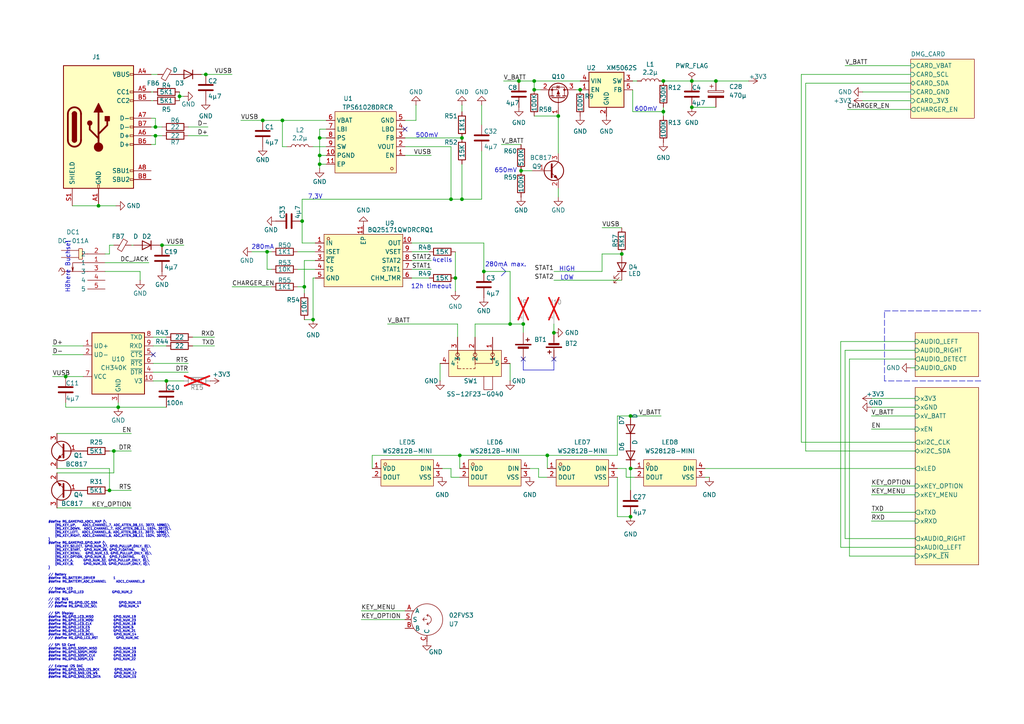
<source format=kicad_sch>
(kicad_sch (version 20231120) (generator "eeschema") (generator_version "8.0")
  (paper "A4")
  (junction (at 161.925 33.655))
  (junction (at 133.35 132.08))
  (junction (at 200.66 31.115))
  (junction (at 150.495 23.495))
  (junction (at 192.405 32.385) (diameter 0.9144))
  (junction (at 151.765 93.98))
  (junction (at 48.26 110.49))
  (junction (at 88.265 83.185))
  (junction (at 31.75 142.24))
  (junction (at 207.645 23.495))
  (junction (at 182.88 149.86))
  (junction (at 46.99 71.12))
  (junction (at 132.08 80.645))
  (junction (at 92.71 40.005))
  (junction (at 200.66 23.495) (diameter 0.9144))
  (junction (at 76.2 34.925))
  (junction (at 133.985 40.005))
  (junction (at 92.71 45.085))
  (junction (at 34.29 118.11))
  (junction (at 45.085 36.83))
  (junction (at 154.94 23.495))
  (junction (at 168.275 26.035))
  (junction (at 151.13 49.53))
  (junction (at 52.07 27.94))
  (junction (at 33.02 130.81))
  (junction (at 87.63 64.135))
  (junction (at 154.94 26.035))
  (junction (at 158.75 132.08))
  (junction (at 77.47 73.025))
  (junction (at 81.915 34.925))
  (junction (at 180.34 73.66))
  (junction (at 59.69 21.59))
  (junction (at 92.71 47.625))
  (junction (at 28.575 59.69))
  (junction (at 160.655 96.52))
  (junction (at 182.88 135.89))
  (junction (at 90.805 92.71))
  (junction (at 140.335 78.74))
  (junction (at 19.05 109.22))
  (junction (at 147.955 93.98))
  (junction (at 133.985 57.785))
  (junction (at 192.405 23.495))
  (junction (at 130.81 57.785))
  (junction (at 182.88 120.65))
  (junction (at 45.085 39.37))
  (no_connect (at 160.655 104.14))
  (no_connect (at 151.765 104.14))
  (no_connect (at 44.45 102.87))
  (no_connect (at 117.475 37.465))
  (wire (pts (xy 161.925 57.15) (xy 161.925 54.61)))
  (wire (pts (xy 119.38 73.025) (xy 124.46 73.025)))
  (wire (pts (xy 265.43 128.27) (xy 232.41 128.27)))
  (wire (pts (xy 137.795 93.98) (xy 147.955 93.98)))
  (wire (pts (xy 38.1 71.12) (xy 38.735 71.12)))
  (wire (pts (xy 179.07 138.43) (xy 179.07 149.86)))
  (wire (pts (xy 133.35 132.08) (xy 133.35 135.89)))
  (wire (pts (xy 81.915 34.925) (xy 94.615 34.925)))
  (wire (pts (xy 245.11 156.21) (xy 245.11 101.6)))
  (wire (pts (xy 150.495 23.495) (xy 154.94 23.495)))
  (wire (pts (xy 31.75 142.24) (xy 38.1 142.24)))
  (wire (pts (xy 127.635 105.41) (xy 127.635 110.49)))
  (wire (pts (xy 45.085 34.29) (xy 45.085 36.83)))
  (wire (pts (xy 44.45 110.49) (xy 48.26 110.49)))
  (wire (pts (xy 38.1 147.32) (xy 16.51 147.32)))
  (wire (pts (xy 147.955 78.74) (xy 147.955 93.98)))
  (wire (pts (xy 53.34 27.94) (xy 52.07 27.94)))
  (wire (pts (xy 91.44 70.485) (xy 87.63 70.485)))
  (wire (pts (xy 181.61 138.43) (xy 184.15 138.43)))
  (wire (pts (xy 31.75 71.12) (xy 31.75 73.66)))
  (wire (pts (xy 52.07 27.94) (xy 52.07 29.21)))
  (wire (pts (xy 88.265 75.565) (xy 91.44 75.565)))
  (wire (pts (xy 264.16 31.75) (xy 245.745 31.75)))
  (wire (pts (xy 130.81 138.43) (xy 133.35 138.43)))
  (wire (pts (xy 252.73 140.97) (xy 265.43 140.97)))
  (wire (pts (xy 246.38 104.14) (xy 246.38 161.29)))
  (wire (pts (xy 44.45 100.33) (xy 48.26 100.33)))
  (wire (pts (xy 59.69 21.59) (xy 67.31 21.59)))
  (wire (pts (xy 146.05 23.495) (xy 150.495 23.495)))
  (wire (pts (xy 43.815 21.59) (xy 45.72 21.59)))
  (wire (pts (xy 87.63 57.785) (xy 130.81 57.785)))
  (wire (pts (xy 174.625 66.04) (xy 180.34 66.04)))
  (wire (pts (xy 133.985 47.625) (xy 133.985 57.785)))
  (wire (pts (xy 87.63 64.135) (xy 87.63 57.785)))
  (wire (pts (xy 55.88 100.33) (xy 62.23 100.33)))
  (wire (pts (xy 77.47 73.025) (xy 78.74 73.025)))
  (wire (pts (xy 30.48 76.2) (xy 43.18 76.2)))
  (wire (pts (xy 53.34 110.49) (xy 48.26 110.49)))
  (wire (pts (xy 20.955 59.69) (xy 28.575 59.69)))
  (polyline (pts (xy 145.415 77.47) (xy 146.685 78.74)))
  (wire (pts (xy 179.07 132.08) (xy 179.07 120.65)))
  (wire (pts (xy 130.81 42.545) (xy 117.475 42.545)))
  (wire (pts (xy 92.71 48.895) (xy 92.71 47.625)))
  (wire (pts (xy 243.84 158.75) (xy 265.43 158.75)))
  (wire (pts (xy 133.985 30.48) (xy 133.985 32.385)))
  (wire (pts (xy 245.11 101.6) (xy 265.43 101.6)))
  (wire (pts (xy 44.45 105.41) (xy 54.61 105.41)))
  (wire (pts (xy 233.68 130.81) (xy 265.43 130.81)))
  (wire (pts (xy 120.65 30.48) (xy 120.65 34.925)))
  (wire (pts (xy 154.94 23.495) (xy 154.94 26.035)))
  (wire (pts (xy 156.21 135.89) (xy 156.21 138.43)))
  (wire (pts (xy 30.48 78.74) (xy 40.64 78.74)))
  (wire (pts (xy 174.625 73.66) (xy 180.34 73.66)))
  (wire (pts (xy 192.405 32.385) (xy 192.405 33.655)))
  (wire (pts (xy 133.985 57.785) (xy 139.7 57.785)))
  (wire (pts (xy 81.915 42.545) (xy 81.915 34.925)))
  (wire (pts (xy 92.71 37.465) (xy 92.71 40.005)))
  (wire (pts (xy 104.775 179.705) (xy 117.475 179.705)))
  (wire (pts (xy 31.75 130.81) (xy 33.02 130.81)))
  (wire (pts (xy 15.24 109.22) (xy 19.05 109.22)))
  (wire (pts (xy 16.51 135.89) (xy 31.75 135.89)))
  (polyline (pts (xy 256.54 90.17) (xy 284.48 90.17)) (stroke (width 0) (type dash)))
  (wire (pts (xy 54.61 36.83) (xy 60.325 36.83)))
  (wire (pts (xy 19.05 118.11) (xy 19.05 116.84)))
  (wire (pts (xy 86.36 73.025) (xy 91.44 73.025)))
  (wire (pts (xy 15.24 102.87) (xy 24.13 102.87)))
  (wire (pts (xy 140.335 78.74) (xy 140.335 70.485)))
  (wire (pts (xy 83.185 42.545) (xy 81.915 42.545)))
  (wire (pts (xy 88.265 83.185) (xy 88.265 85.09)))
  (wire (pts (xy 77.47 78.105) (xy 77.47 73.025)))
  (wire (pts (xy 119.38 70.485) (xy 140.335 70.485)))
  (wire (pts (xy 252.73 118.11) (xy 265.43 118.11)))
  (wire (pts (xy 88.265 92.71) (xy 90.805 92.71)))
  (wire (pts (xy 120.65 34.925) (xy 117.475 34.925)))
  (wire (pts (xy 45.085 39.37) (xy 45.085 41.91)))
  (wire (pts (xy 31.75 73.66) (xy 30.48 73.66)))
  (wire (pts (xy 87.63 70.485) (xy 87.63 64.135)))
  (wire (pts (xy 252.73 148.59) (xy 265.43 148.59)))
  (wire (pts (xy 151.13 49.53) (xy 154.305 49.53)))
  (wire (pts (xy 233.68 24.13) (xy 264.16 24.13)))
  (wire (pts (xy 264.16 106.68) (xy 265.43 106.68)))
  (wire (pts (xy 33.02 130.81) (xy 33.02 137.16)))
  (wire (pts (xy 15.24 100.33) (xy 24.13 100.33)))
  (wire (pts (xy 243.84 99.06) (xy 243.84 158.75)))
  (wire (pts (xy 252.73 124.46) (xy 265.43 124.46)))
  (wire (pts (xy 139.7 30.48) (xy 139.7 36.195)))
  (wire (pts (xy 55.88 97.79) (xy 62.23 97.79)))
  (wire (pts (xy 43.815 39.37) (xy 45.085 39.37)))
  (wire (pts (xy 45.085 36.83) (xy 46.99 36.83)))
  (wire (pts (xy 92.71 40.005) (xy 94.615 40.005)))
  (wire (pts (xy 117.475 45.085) (xy 125.095 45.085)))
  (wire (pts (xy 43.815 36.83) (xy 45.085 36.83)))
  (wire (pts (xy 73.025 73.025) (xy 77.47 73.025)))
  (wire (pts (xy 252.73 143.51) (xy 265.43 143.51)))
  (wire (pts (xy 43.815 29.21) (xy 44.45 29.21)))
  (wire (pts (xy 132.715 97.79) (xy 132.715 93.98)))
  (wire (pts (xy 265.43 104.14) (xy 246.38 104.14)))
  (wire (pts (xy 232.41 21.59) (xy 264.16 21.59)))
  (wire (pts (xy 174.625 78.74) (xy 174.625 73.66)))
  (wire (pts (xy 233.68 24.13) (xy 233.68 130.81)))
  (wire (pts (xy 158.75 132.08) (xy 179.07 132.08)))
  (wire (pts (xy 28.575 59.69) (xy 33.655 59.69)))
  (wire (pts (xy 44.45 97.79) (xy 48.26 97.79)))
  (wire (pts (xy 250.19 26.67) (xy 264.16 26.67)))
  (wire (pts (xy 58.42 21.59) (xy 59.69 21.59)))
  (wire (pts (xy 154.94 23.495) (xy 168.275 23.495)))
  (wire (pts (xy 137.795 93.98) (xy 137.795 97.79)))
  (wire (pts (xy 133.35 132.08) (xy 158.75 132.08)))
  (wire (pts (xy 160.655 78.74) (xy 174.625 78.74)))
  (wire (pts (xy 207.645 23.495) (xy 200.66 23.495)))
  (wire (pts (xy 232.41 128.27) (xy 232.41 21.59)))
  (wire (pts (xy 46.99 71.12) (xy 53.34 71.12)))
  (wire (pts (xy 167.005 26.035) (xy 168.275 26.035)))
  (wire (pts (xy 153.67 135.89) (xy 156.21 135.89)))
  (wire (pts (xy 265.43 156.21) (xy 245.11 156.21)))
  (wire (pts (xy 179.07 120.65) (xy 182.88 120.65)))
  (wire (pts (xy 160.655 93.98) (xy 160.655 96.52)))
  (wire (pts (xy 130.81 135.89) (xy 130.81 138.43)))
  (wire (pts (xy 33.02 71.12) (xy 31.75 71.12)))
  (polyline (pts (xy 151.765 107.315) (xy 160.655 107.315)))
  (wire (pts (xy 31.75 135.89) (xy 31.75 142.24)))
  (wire (pts (xy 119.38 78.105) (xy 125.095 78.105)))
  (wire (pts (xy 46.355 71.12) (xy 46.99 71.12)))
  (wire (pts (xy 48.26 118.11) (xy 34.29 118.11)))
  (wire (pts (xy 139.7 43.815) (xy 139.7 57.785)))
  (wire (pts (xy 182.88 142.24) (xy 182.88 135.89)))
  (wire (pts (xy 43.815 26.67) (xy 44.45 26.67)))
  (wire (pts (xy 88.265 75.565) (xy 88.265 83.185)))
  (wire (pts (xy 86.36 83.185) (xy 88.265 83.185)))
  (wire (pts (xy 132.08 80.645) (xy 132.08 84.455)))
  (wire (pts (xy 78.74 78.105) (xy 77.47 78.105)))
  (wire (pts (xy 252.73 151.13) (xy 265.43 151.13)))
  (wire (pts (xy 92.71 47.625) (xy 94.615 47.625)))
  (wire (pts (xy 90.805 80.645) (xy 90.805 92.71)))
  (wire (pts (xy 104.775 177.165) (xy 117.475 177.165)))
  (wire (pts (xy 161.925 33.655) (xy 161.925 44.45)))
  (wire (pts (xy 132.08 73.025) (xy 132.08 80.645)))
  (wire (pts (xy 67.31 83.185) (xy 78.74 83.185)))
  (wire (pts (xy 156.21 138.43) (xy 158.75 138.43)))
  (wire (pts (xy 86.36 78.105) (xy 91.44 78.105)))
  (wire (pts (xy 90.805 80.645) (xy 91.44 80.645)))
  (wire (pts (xy 69.85 34.925) (xy 76.2 34.925)))
  (wire (pts (xy 147.955 105.41) (xy 147.955 110.49)))
  (wire (pts (xy 205.74 138.43) (xy 204.47 138.43)))
  (wire (pts (xy 151.765 96.52) (xy 151.765 93.98)))
  (wire (pts (xy 45.085 39.37) (xy 46.99 39.37)))
  (polyline (pts (xy 151.765 104.14) (xy 151.765 107.315)))
  (wire (pts (xy 252.73 115.57) (xy 265.43 115.57)))
  (wire (pts (xy 43.815 34.29) (xy 45.085 34.29)))
  (wire (pts (xy 128.27 135.89) (xy 130.81 135.89)))
  (wire (pts (xy 140.335 78.74) (xy 147.955 78.74)))
  (wire (pts (xy 44.45 107.95) (xy 54.61 107.95)))
  (wire (pts (xy 183.515 26.035) (xy 183.515 32.385)))
  (wire (pts (xy 265.43 99.06) (xy 243.84 99.06)))
  (wire (pts (xy 252.73 120.65) (xy 265.43 120.65)))
  (wire (pts (xy 34.29 118.11) (xy 19.05 118.11)))
  (wire (pts (xy 250.19 29.21) (xy 264.16 29.21)))
  (wire (pts (xy 19.05 109.22) (xy 24.13 109.22)))
  (wire (pts (xy 94.615 45.085) (xy 92.71 45.085)))
  (wire (pts (xy 16.51 125.73) (xy 38.1 125.73)))
  (wire (pts (xy 154.94 33.655) (xy 161.925 33.655)))
  (polyline (pts (xy 145.415 80.01) (xy 146.685 78.74)))
  (wire (pts (xy 184.785 23.495) (xy 183.515 23.495)))
  (wire (pts (xy 191.77 120.65) (xy 182.88 120.65)))
  (polyline (pts (xy 256.54 110.49) (xy 256.54 90.17)) (stroke (width 0) (type dash)))
  (wire (pts (xy 179.07 135.89) (xy 181.61 135.89)))
  (wire (pts (xy 182.88 135.89) (xy 184.15 135.89)))
  (wire (pts (xy 192.405 23.495) (xy 200.66 23.495)))
  (wire (pts (xy 119.38 75.565) (xy 125.095 75.565)))
  (wire (pts (xy 117.475 40.005) (xy 133.985 40.005)))
  (wire (pts (xy 34.29 118.11) (xy 34.29 116.84)))
  (wire (pts (xy 76.2 34.925) (xy 81.915 34.925)))
  (wire (pts (xy 92.71 45.085) (xy 92.71 47.625)))
  (wire (pts (xy 217.17 23.495) (xy 207.645 23.495)))
  (wire (pts (xy 147.955 93.98) (xy 151.765 93.98)))
  (wire (pts (xy 156.845 26.035) (xy 154.94 26.035)))
  (wire (pts (xy 145.415 41.91) (xy 151.13 41.91)))
  (wire (pts (xy 245.11 19.05) (xy 264.16 19.05)))
  (wire (pts (xy 158.75 132.08) (xy 158.75 135.89)))
  (wire (pts (xy 54.61 39.37) (xy 60.325 39.37)))
  (wire (pts (xy 130.81 57.785) (xy 133.985 57.785)))
  (wire (pts (xy 160.655 81.28) (xy 180.34 81.28)))
  (wire (pts (xy 33.02 130.81) (xy 38.1 130.81)))
  (polyline (pts (xy 284.48 110.49) (xy 256.54 110.49)) (stroke (width 0) (type dash)))
  (wire (pts (xy 200.66 31.115) (xy 207.645 31.115)))
  (wire (pts (xy 179.07 149.86) (xy 182.88 149.86)))
  (wire (pts (xy 112.395 93.98) (xy 132.715 93.98)))
  (wire (pts (xy 183.515 32.385) (xy 192.405 32.385)))
  (polyline (pts (xy 160.655 104.14) (xy 160.655 107.315)))
  (wire (pts (xy 204.47 135.89) (xy 265.43 135.89)))
  (wire (pts (xy 94.615 37.465) (xy 92.71 37.465)))
  (wire (pts (xy 43.815 41.91) (xy 45.085 41.91)))
  (wire (pts (xy 181.61 135.89) (xy 181.61 138.43)))
  (wire (pts (xy 90.805 42.545) (xy 94.615 42.545)))
  (wire (pts (xy 107.95 135.89) (xy 107.95 132.08)))
  (wire (pts (xy 192.405 31.115) (xy 192.405 32.385)))
  (wire (pts (xy 16.51 137.16) (xy 33.02 137.16)))
  (wire (pts (xy 92.71 40.005) (xy 92.71 45.085)))
  (wire (pts (xy 40.64 81.28) (xy 40.64 78.74)))
  (wire (pts (xy 52.07 26.67) (xy 52.07 27.94)))
  (wire (pts (xy 130.81 57.785) (xy 130.81 42.545)))
  (wire (pts (xy 119.38 80.645) (xy 124.46 80.645)))
  (wire (pts (xy 107.95 132.08) (xy 133.35 132.08)))
  (wire (pts (xy 246.38 161.29) (xy 265.43 161.29)))
  (text "650mV" (at 146.685 49.53 0) (effects (font (size 1.27 1.27))))
  (text "600mV" (at 187.325 31.75 0) (effects (font (size 1.27 1.27))))
  (text "280mA" (at 76.2 71.755 0) (effects (font (size 1.27 1.27))))
  (text "#define RG_GAMEPAD_ADC1_MAP {\\\n    {RG_KEY_UP,    ADC1_CHANNEL_7, ADC_ATTEN_DB_11, 3072, 4096},\\\n    {RG_KEY_DOWN,  ADC1_CHANNEL_7, ADC_ATTEN_DB_11, 1024, 3072},\\\n    {RG_KEY_LEFT,  ADC1_CHANNEL_6, ADC_ATTEN_DB_11, 3072, 4096},\\\n    {RG_KEY_RIGHT, ADC1_CHANNEL_6, ADC_ATTEN_DB_11, 1024, 3072},\\\n}\n#define RG_GAMEPAD_GPIO_MAP {\\\n    {RG_KEY_SELECT, GPIO_NUM_27, GPIO_PULLUP_ONLY, 0},\\\n    {RG_KEY_START,  GPIO_NUM_39, GPIO_FLOATING,    0},\\\n    {RG_KEY_MENU,   GPIO_NUM_13, GPIO_PULLUP_ONLY, 0},\\\n    {RG_KEY_OPTION, GPIO_NUM_0,  GPIO_FLOATING,    0},\\\n    {RG_KEY_A,      GPIO_NUM_32, GPIO_PULLUP_ONLY, 0},\\\n    {RG_KEY_B,      GPIO_NUM_33, GPIO_PULLUP_ONLY, 0},\\\n}\n\n// Battery\n#define RG_BATTERY_DRIVER           1\n#define RG_BATTERY_ADC_CHANNEL      ADC1_CHANNEL_0\n\n// Status LED\n#define RG_GPIO_LED                 GPIO_NUM_2\n\n// I2C BUS\n// #define RG_GPIO_I2C_SDA             GPIO_NUM_15\n// #define RG_GPIO_I2C_SCL             GPIO_NUM_4\n\n// SPI Display\n#define RG_GPIO_LCD_MISO            GPIO_NUM_19\n#define RG_GPIO_LCD_MOSI            GPIO_NUM_23\n#define RG_GPIO_LCD_CLK             GPIO_NUM_18\n#define RG_GPIO_LCD_CS              GPIO_NUM_5\n#define RG_GPIO_LCD_DC              GPIO_NUM_21\n#define RG_GPIO_LCD_BCKL            GPIO_NUM_14\n// #define RG_GPIO_LCD_RST           GPIO_NUM_NC\n\n// SPI SD Card\n#define RG_GPIO_SDSPI_MISO          GPIO_NUM_19\n#define RG_GPIO_SDSPI_MOSI          GPIO_NUM_23\n#define RG_GPIO_SDSPI_CLK           GPIO_NUM_18\n#define RG_GPIO_SDSPI_CS            GPIO_NUM_22\n\n// External I2S DAC\n#define RG_GPIO_SND_I2S_BCK         GPIO_NUM_4\n#define RG_GPIO_SND_I2S_WS          GPIO_NUM_12\n#define RG_GPIO_SND_I2S_DATA        GPIO_NUM_15" (at 13.97 173.99 0) (effects (font (size 0.635 0.635)) (justify left)))
  (text "280mA max." (at 146.685 76.835 0) (effects (font (size 1.27 1.27))))
  (text "500mV" (at 123.825 39.37 0) (effects (font (size 1.27 1.27))))
  (text "Höhere Buchse!" (at 19.685 77.47 90) (effects (font (size 1.27 1.27))))
  (text "7,3V" (at 91.44 57.15 0) (effects (font (size 1.27 1.27))))
  (text "LOW" (at 164.465 80.645 0) (effects (font (size 1.27 1.27))))
  (text "4cells" (at 128.27 75.565 0) (effects (font (size 1.27 1.27))))
  (text "12h timeout" (at 125.095 83.185 0) (effects (font (size 1.27 1.27))))
  (text "HIGH" (at 164.465 78.105 0) (effects (font (size 1.27 1.27))))
  (label "STAT1" (at 160.655 78.74 180))
  (label "CHARGER_EN" (at 245.745 31.75 0))
  (label "VUSB" (at 15.24 109.22 0))
  (label "RXD" (at 62.23 97.79 180))
  (label "EN" (at 252.73 124.46 0))
  (label "DTR" (at 54.61 107.95 180))
  (label "VUSB" (at 69.85 34.925 0))
  (label "D+" (at 15.24 100.33 0))
  (label "TXD" (at 62.23 100.33 180))
  (label "EN" (at 38.1 125.73 180))
  (label "STAT2" (at 125.095 75.565 180))
  (label "STAT1" (at 125.095 78.105 180))
  (label "CHARGER_EN" (at 67.31 83.185 0))
  (label "DTR" (at 38.1 130.81 180))
  (label "V_BATT" (at 191.77 120.65 180))
  (label "RXD" (at 252.73 151.13 0))
  (label "DC_JACK" (at 43.18 76.2 180))
  (label "KEY_OPTION" (at 104.775 179.705 0))
  (label "V_BATT" (at 146.05 23.495 0))
  (label "KEY_MENU" (at 104.775 177.165 0))
  (label "D-" (at 15.24 102.87 0))
  (label "STAT2" (at 160.655 81.28 180))
  (label "RTS" (at 38.1 142.24 180))
  (label "VUSB" (at 174.625 66.04 0))
  (label "V_BATT" (at 252.73 120.65 0))
  (label "RTS" (at 54.61 105.41 180))
  (label "KEY_OPTION" (at 252.73 140.97 0))
  (label "V_BATT" (at 112.395 93.98 0))
  (label "VUSB" (at 53.34 71.12 180))
  (label "KEY_MENU" (at 252.73 143.51 0))
  (label "V_BATT" (at 145.415 41.91 0))
  (label "KEY_OPTION" (at 38.1 147.32 180))
  (label "VUSB" (at 125.095 45.085 180))
  (label "D-" (at 60.325 36.83 180))
  (label "V_BATT" (at 245.11 19.05 0))
  (label "TXD" (at 252.73 148.59 0))
  (label "D+" (at 60.325 39.37 180))
  (label "VUSB" (at 67.31 21.59 180))
  (symbol (lib_id "easyeda2kicad:DC-011A") (at 24.13 76.2 0) (unit 1)
    (property "Reference" "DC1" (at 21.21 67.31 0))
    (property "Value" "DC-011A" (at 21.21 69.85 0))
    (property "Footprint" "easyeda2kicad:DC-IN-TH_DC-011A" (effects (hide yes)))
    (property "Datasheet" "https://www.lcsc.com/datasheet/lcsc_datasheet_2110111230_XKB-Connection-DC-011A_C480366.pdf" (effects (hide yes)))
    (property "SOURCED" "jop" (effects (hide yes)))
    (property "LCSC" "C480366" (effects (hide yes)))
  )
  (symbol (lib_id "Connector:Conn_01x01_Pin") (at 151.765 88.9 270) (unit 1) (dnp yes)
    (property "Reference" "J9" (at 150.495 87.63 90) (effects (justify left)))
    (property "Value" "Conn_01x01_Pin" (effects (hide yes)))
    (property "Footprint" "TheBrutzlers_Lib:NINTENDO_PLUS" (effects (hide yes)))
    (property "Description" "Generic connector, single row, 01x01, script generated" (effects (hide yes)))
  )
  (symbol (lib_id "power:GND") (at 128.27 138.43 0) (unit 1)
    (property "Reference" "#PWR057" (effects (hide yes)))
    (property "Value" "GND" (at 128.27 143.51 0))
    (property "Description" "Power symbol creates a global label with name \"GND\" , ground" (effects (hide yes)))
  )
  (symbol (lib_id "power:GND") (at 205.74 138.43 0) (unit 1)
    (property "Reference" "#PWR059" (effects (hide yes)))
    (property "Value" "GND" (at 205.74 143.51 0))
    (property "Description" "Power symbol creates a global label with name \"GND\" , ground" (effects (hide yes)))
  )
  (symbol (lib_id "Device:C") (at 19.05 113.03 0) (unit 1)
    (property "Reference" "C11" (at 19.05 111.125 0) (effects (justify left)))
    (property "Value" "4µ7" (at 19.05 115.57 0) (effects (justify left)))
    (property "Footprint" "Capacitor_SMD:C_1206_3216Metric" (effects (hide yes)))
    (property "Description" "25V" (effects (hide yes)))
    (property "LCSC" "C282809" (effects (hide yes)))
    (property "SOURCED" "jop" (effects (hide yes)))
  )
  (symbol (lib_id "Device:C") (at 59.69 25.4 0) (unit 1)
    (property "Reference" "C2" (at 60.325 23.495 0) (effects (justify left)))
    (property "Value" "4µ7" (at 60.325 27.94 0) (effects (justify left)))
    (property "Footprint" "Capacitor_SMD:C_1206_3216Metric" (effects (hide yes)))
    (property "Description" "25V" (effects (hide yes)))
    (property "LCSC" "C282809" (effects (hide yes)))
    (property "SOURCED" "jop" (effects (hide yes)))
  )
  (symbol (lib_id "Regulator_Switching:TLV62568DBV") (at 175.895 26.035 0) (unit 1)
    (property "Reference" "U2" (at 171.45 19.685 0))
    (property "Value" "XM5062S" (at 180.34 19.685 0))
    (property "Footprint" "Package_TO_SOT_SMD:SOT-23-5" (effects (hide yes)))
    (property "Datasheet" "https://datasheet.lcsc.com/lcsc/2111231130_XySemi-XM5062S-ADJ_C2924930.pdf" (effects (hide yes)))
    (property "LCSC" "C2924930" (effects (hide yes)))
    (property "SOURCED" "jop" (effects (hide yes)))
  )
  (symbol (lib_id "power:GND") (at 168.275 33.655 0) (unit 1)
    (property "Reference" "#PWR071" (effects (hide yes)))
    (property "Value" "GND" (at 168.275 38.1 0))
    (property "Description" "Power symbol creates a global label with name \"GND\" , ground" (effects (hide yes)))
  )
  (symbol (lib_id "power:GND") (at 252.73 118.11 270) (mirror x) (unit 1)
    (property "Reference" "#PWR053" (effects (hide yes)))
    (property "Value" "GND" (at 254 116.84 90))
  )
  (symbol (lib_id "Device:R") (at 50.8 39.37 90) (unit 1)
    (property "Reference" "R7" (at 50.8 41.275 90))
    (property "Value" "22" (at 50.8 39.37 90))
    (property "Footprint" "Resistor_SMD:R_0603_1608Metric" (effects (hide yes)))
    (property "LCSC" "C1203" (effects (hide yes)))
    (property "SOURCED" "jop" (effects (hide yes)))
  )
  (symbol (lib_id "power:GND") (at 120.65 30.48 180) (unit 1)
    (property "Reference" "#PWR067" (effects (hide yes)))
    (property "Value" "GND" (at 120.65 26.67 0))
    (property "Description" "Power symbol creates a global label with name \"GND\" , ground" (effects (hide yes)))
  )
  (symbol (lib_id "Device:R") (at 52.07 100.33 270) (unit 1)
    (property "Reference" "R44" (at 46.99 99.06 90))
    (property "Value" "22" (at 52.07 100.33 90))
    (property "Footprint" "Resistor_SMD:R_0603_1608Metric" (effects (hide yes)))
    (property "LCSC" "C1203" (effects (hide yes)))
    (property "SOURCED" "jop" (effects (hide yes)))
  )
  (symbol (lib_id "Device:R") (at 27.94 142.24 270) (unit 1)
    (property "Reference" "R31" (at 27.94 139.7 90))
    (property "Value" "5K1" (at 27.94 142.24 90))
    (property "Footprint" "Resistor_SMD:R_0603_1608Metric" (effects (hide yes)))
    (property "LCSC" "C26000" (effects (hide yes)))
    (property "SOURCED" "jop" (effects (hide yes)))
  )
  (symbol (lib_id "Device:R") (at 88.265 88.9 180) (unit 1)
    (property "Reference" "R54" (at 85.09 86.995 0))
    (property "Value" "10K" (at 88.265 88.9 90))
    (property "Footprint" "Resistor_SMD:R_0603_1608Metric" (effects (hide yes)))
    (property "LCSC" "C25804" (effects (hide yes)))
    (property "SOURCED" "jop" (effects (hide yes)))
  )
  (symbol (lib_id "easyeda2kicad:WS2812B-MINI") (at 168.91 137.16 0) (unit 1)
    (property "Reference" "LED7" (at 168.91 128.27 0))
    (property "Value" "WS2812B-MINI" (at 168.91 130.81 0))
    (property "Footprint" "easyeda2kicad:LED-SMD_4P-L3.5-W3.5-TL_WS2812B" (effects (hide yes)))
    (property "Datasheet" "https://lcsc.com/product-detail/Light-Emitting-Diodes-LED_Worldsemi-WS2812B-Mini_C527089.html" (effects (hide yes)))
    (property "LCSC" "C527089" (effects (hide yes)))
  )
  (symbol (lib_id "easyeda2kicad:TPS61028DRCR") (at 106.045 41.275 180) (unit 1)
    (property "Reference" "U1" (at 100.965 28.575 0))
    (property "Value" "TPS61028DRCR" (at 106.68 31.115 0))
    (property "Footprint" "easyeda2kicad:VSON-10_L3.0-W3.0-P0.50-TL-EP-1" (effects (hide yes)))
    (property "Datasheet" "https://lcsc.com/product-detail/DC-DC-Converters_Texas-Instruments-Texas-Instruments-TPS61028DRCR_C575574.html" (effects (hide yes)))
    (property "LCSC Part" "C575574" (effects (hide yes)))
  )
  (symbol (lib_id "power:GND") (at 264.16 106.68 270) (mirror x) (unit 1)
    (property "Reference" "#PWR031" (effects (hide yes)))
    (property "Value" "GND" (at 259.08 106.68 90))
  )
  (symbol (lib_id "Device:FerriteBead_Small") (at 35.56 71.12 90) (unit 1)
    (property "Reference" "FB7" (at 34.29 68.58 90))
    (property "Value" "FerriteBead_Small" (effects (hide yes)))
    (property "Footprint" "Inductor_SMD:L_0805_2012Metric" (effects (hide yes)))
    (property "Description" "600R 100MHz 100mOhm 2Amp" (effects (hide yes)))
    (property "LCSC" "C963878" (effects (hide yes)))
    (property "SOURCED" "jop" (effects (hide yes)))
  )
  (symbol (lib_id "power:GND") (at 59.69 29.21 0) (unit 1)
    (property "Reference" "#PWR07" (effects (hide yes)))
    (property "Value" "GND" (at 59.69 33.655 0))
    (property "Description" "Power symbol creates a global label with name \"GND\" , ground" (effects (hide yes)))
  )
  (symbol (lib_id "power:GND") (at 182.88 149.86 0) (unit 1)
    (property "Reference" "#PWR025" (effects (hide yes)))
    (property "Value" "GND" (at 182.88 154.94 0))
    (property "Description" "Power symbol creates a global label with name \"GND\" , ground" (effects (hide yes)))
  )
  (symbol (lib_id "Device:R") (at 151.13 53.34 0) (unit 1)
    (property "Reference" "R59" (at 146.05 51.435 0) (effects (justify left)))
    (property "Value" "100K" (at 151.13 55.88 90) (effects (justify left)))
    (property "Footprint" "Resistor_SMD:R_0603_1608Metric" (effects (hide yes)))
    (property "LCSC" "C15458" (effects (hide yes)))
    (property "SOURCED" "jop" (effects (hide yes)))
  )
  (symbol (lib_id "Device:R") (at 154.94 29.845 0) (unit 1)
    (property "Reference" "R58" (at 156.21 31.75 0) (effects (justify left)))
    (property "Value" "100K" (at 154.94 32.385 90) (effects (justify left)))
    (property "Footprint" "Resistor_SMD:R_0603_1608Metric" (effects (hide yes)))
    (property "LCSC" "C15458" (effects (hide yes)))
    (property "SOURCED" "jop" (effects (hide yes)))
  )
  (symbol (lib_id "power:GND") (at 105.41 65.405 180) (unit 1)
    (property "Reference" "#PWR064" (effects (hide yes)))
    (property "Value" "GND" (at 105.41 60.96 0))
    (property "Description" "Power symbol creates a global label with name \"GND\" , ground" (effects (hide yes)))
  )
  (symbol (lib_id "Device:R") (at 52.07 97.79 270) (unit 1)
    (property "Reference" "R43" (at 46.99 96.52 90))
    (property "Value" "22" (at 52.07 97.79 90))
    (property "Footprint" "Resistor_SMD:R_0603_1608Metric" (effects (hide yes)))
    (property "LCSC" "C1203" (effects (hide yes)))
    (property "SOURCED" "jop" (effects (hide yes)))
  )
  (symbol (lib_id "power:+3V3") (at 250.19 29.21 90) (unit 1)
    (property "Reference" "#PWR040" (effects (hide yes)))
    (property "Value" "+3V3" (at 247.015 29.2099 90) (effects (justify left)))
    (property "Description" "Power symbol creates a global label with name \"+3V3\"" (effects (hide yes)))
  )
  (symbol (lib_id "Device:C") (at 140.335 82.55 0) (unit 1)
    (property "Reference" "C3" (at 140.97 80.645 0) (effects (justify left)))
    (property "Value" "4µ7" (at 140.97 85.09 0) (effects (justify left)))
    (property "Footprint" "Capacitor_SMD:C_1206_3216Metric" (effects (hide yes)))
    (property "Description" "25V" (effects (hide yes)))
    (property "LCSC" "C282809" (effects (hide yes)))
    (property "SOURCED" "jop" (effects (hide yes)))
  )
  (symbol (lib_id "Device:C") (at 46.99 74.93 0) (unit 1)
    (property "Reference" "C19" (at 47.625 73.025 0) (effects (justify left)))
    (property "Value" "4µ7" (at 47.625 77.47 0) (effects (justify left)))
    (property "Footprint" "Capacitor_SMD:C_1206_3216Metric" (effects (hide yes)))
    (property "Description" "25V" (effects (hide yes)))
    (property "LCSC" "C282809" (effects (hide yes)))
    (property "SOURCED" "jop" (effects (hide yes)))
  )
  (symbol (lib_id "power:GND") (at 73.025 73.025 270) (unit 1)
    (property "Reference" "#PWR065" (effects (hide yes)))
    (property "Value" "GND" (at 73.66 75.565 90) (effects (justify right)))
    (property "Description" "Power symbol creates a global label with name \"GND\" , ground" (effects (hide yes)))
  )
  (symbol (lib_id "Device:R") (at 180.34 69.85 0) (unit 1)
    (property "Reference" "R57" (at 178.435 69.85 90))
    (property "Value" "5K1" (at 180.34 69.85 90))
    (property "Footprint" "Resistor_SMD:R_0603_1608Metric" (effects (hide yes)))
    (property "LCSC" "C26000" (effects (hide yes)))
    (property "SOURCED" "jop" (effects (hide yes)))
  )
  (symbol (lib_id "Connector:Conn_01x01_Pin") (at 160.655 88.9 270) (unit 1) (dnp yes)
    (property "Reference" "J10" (at 159.385 87.63 90) (effects (justify left)))
    (property "Value" "Conn_01x01_Pin" (effects (hide yes)))
    (property "Footprint" "TheBrutzlers_Lib:NINTENDO_MINUS" (effects (hide yes)))
    (property "Description" "Generic connector, single row, 01x01, script generated" (effects (hide yes)))
  )
  (symbol (lib_id "Device:R") (at 82.55 73.025 270) (unit 1)
    (property "Reference" "R50" (at 82.55 71.12 90))
    (property "Value" "1K1" (at 82.55 73.025 90))
    (property "Footprint" "Resistor_SMD:R_0603_1608Metric" (effects (hide yes)))
    (property "LCSC" "C2906975" (effects (hide yes)))
    (property "SOURCED" "jop" (effects (hide yes)))
  )
  (symbol (lib_id "Device:R") (at 48.26 29.21 90) (unit 1)
    (property "Reference" "R5" (at 48.26 31.75 90))
    (property "Value" "5K1" (at 48.26 29.21 90))
    (property "Footprint" "Resistor_SMD:R_0603_1608Metric" (effects (hide yes)))
    (property "LCSC" "C26000" (effects (hide yes)))
    (property "SOURCED" "jop" (effects (hide yes)))
  )
  (symbol (lib_id "power:GND") (at 192.405 41.275 0) (unit 1)
    (property "Reference" "#PWR013" (effects (hide yes)))
    (property "Value" "GND" (at 192.405 45.72 0))
    (property "Description" "Power symbol creates a global label with name \"GND\" , ground" (effects (hide yes)))
  )
  (symbol (lib_id "power:GND") (at 132.08 84.455 0) (unit 1)
    (property "Reference" "#PWR063" (effects (hide yes)))
    (property "Value" "GND" (at 132.08 88.9 0))
    (property "Description" "Power symbol creates a global label with name \"GND\" , ground" (effects (hide yes)))
  )
  (symbol (lib_id "Device:C") (at 150.495 27.305 0) (unit 1)
    (property "Reference" "C8" (at 147.32 25.4 0) (effects (justify left)))
    (property "Value" "4µ7" (at 146.685 29.845 0) (effects (justify left)))
    (property "Footprint" "Capacitor_SMD:C_1206_3216Metric" (effects (hide yes)))
    (property "Description" "25V" (effects (hide yes)))
    (property "LCSC" "C282809" (effects (hide yes)))
    (property "SOURCED" "jop" (effects (hide yes)))
  )
  (symbol (lib_id "Device:R") (at 82.55 78.105 270) (unit 1)
    (property "Reference" "R53" (at 82.55 76.2 90))
    (property "Value" "10K" (at 82.55 78.105 90))
    (property "Footprint" "Resistor_SMD:R_0603_1608Metric" (effects (hide yes)))
    (property "LCSC" "C25804" (effects (hide yes)))
    (property "SOURCED" "jop" (effects (hide yes)))
  )
  (symbol (lib_id "Device:R") (at 151.13 45.72 0) (unit 1)
    (property "Reference" "R60" (at 146.05 43.815 0) (effects (justify left)))
    (property "Value" "510K" (at 151.13 48.26 90) (effects (justify left)))
    (property "Footprint" "Resistor_SMD:R_0603_1608Metric" (effects (hide yes)))
    (property "LCSC" "C23192" (effects (hide yes)))
    (property "SOURCED" "jop" (effects (hide yes)))
  )
  (symbol (lib_id "Device:C") (at 76.2 38.735 0) (unit 1)
    (property "Reference" "C1" (at 76.835 36.83 0) (effects (justify left)))
    (property "Value" "4µ7" (at 76.835 41.275 0) (effects (justify left)))
    (property "Footprint" "Capacitor_SMD:C_1206_3216Metric" (effects (hide yes)))
    (property "Description" "25V" (effects (hide yes)))
    (property "LCSC" "C282809" (effects (hide yes)))
    (property "SOURCED" "jop" (effects (hide yes)))
  )
  (symbol (lib_id "Device:C_Polarized") (at 207.645 27.305 0) (unit 1)
    (property "Reference" "C28" (at 211.455 25.1459 0) (effects (justify left)))
    (property "Value" "470µ" (at 211.455 27.6859 0) (effects (justify left)))
    (property "Footprint" "Capacitor_Tantalum_SMD:CP_EIA-7343-43_Kemet-X" (effects (hide yes)))
    (property "Description" "Polarized capacitor" (effects (hide yes)))
    (property "LCSC" "C724264" (effects (hide yes)))
  )
  (symbol (lib_id "power:GND") (at 34.29 118.11 0) (unit 1)
    (property "Reference" "#PWR048" (effects (hide yes)))
    (property "Value" "GND" (at 34.29 121.92 0))
    (property "Description" "Power symbol creates a global label with name \"GND\" , ground" (effects (hide yes)))
  )
  (symbol (lib_id "power:GND") (at 151.13 57.15 0) (unit 1)
    (property "Reference" "#PWR073" (effects (hide yes)))
    (property "Value" "GND" (at 151.13 60.96 0))
    (property "Description" "Power symbol creates a global label with name \"GND\" , ground" (effects (hide yes)))
  )
  (symbol (lib_id "power:GND") (at 80.01 64.135 270) (unit 1)
    (property "Reference" "#PWR070" (effects (hide yes)))
    (property "Value" "GND" (at 80.645 66.675 90) (effects (justify right)))
    (property "Description" "Power symbol creates a global label with name \"GND\" , ground" (effects (hide yes)))
  )
  (symbol (lib_id "easyeda2kicad:WS2812B-MINI") (at 118.11 137.16 0) (unit 1)
    (property "Reference" "LED5" (at 118.11 128.27 0))
    (property "Value" "WS2812B-MINI" (at 118.11 130.81 0))
    (property "Footprint" "easyeda2kicad:LED-SMD_4P-L3.5-W3.5-TL_WS2812B" (effects (hide yes)))
    (property "Datasheet" "https://lcsc.com/product-detail/Light-Emitting-Diodes-LED_Worldsemi-WS2812B-Mini_C527089.html" (effects (hide yes)))
    (property "LCSC" "C527089" (effects (hide yes)))
  )
  (symbol (lib_id "Device:D") (at 182.88 124.46 90) (unit 1)
    (property "Reference" "D7" (at 180.34 121.92 0))
    (property "Value" "D" (at 184.15 120.65 0))
    (property "Footprint" "Diode_SMD:Nexperia_CFP3_SOD-123W" (effects (hide yes)))
    (property "Description" "Diode" (effects (hide yes)))
    (property "Sim.Device" "D" (effects (hide yes)))
    (property "Sim.Pins" "1=K 2=A" (effects (hide yes)))
    (property "LCSC" "C5120763" (effects (hide yes)))
    (property "SOURCED" "jop" (effects (hide yes)))
  )
  (symbol (lib_id "easyeda2kicad:WS2812B-MINI") (at 143.51 137.16 0) (unit 1)
    (property "Reference" "LED6" (at 143.51 128.27 0))
    (property "Value" "WS2812B-MINI" (at 143.51 130.81 0))
    (property "Footprint" "easyeda2kicad:LED-SMD_4P-L3.5-W3.5-TL_WS2812B" (effects (hide yes)))
    (property "Datasheet" "https://lcsc.com/product-detail/Light-Emitting-Diodes-LED_Worldsemi-WS2812B-Mini_C527089.html" (effects (hide yes)))
    (property "LCSC" "C527089" (effects (hide yes)))
  )
  (symbol (lib_id "easyeda2kicad:BQ25171QWDRCRQ1") (at 105.41 75.565 0) (unit 1)
    (property "Reference" "U9" (at 113.03 64.77 0))
    (property "Value" "BQ25171QWDRCRQ1" (at 116.205 66.675 0))
    (property "Footprint" "easyeda2kicad:VSON-10_L3.0-W3.0-P0.50-BL-EP1.65" (effects (hide yes)))
    (property "LCSC Part" "C2861221" (effects (hide yes)))
  )
  (symbol (lib_id "Device:R") (at 133.985 36.195 0) (unit 1)
    (property "Reference" "R51" (at 130.81 33.655 0))
    (property "Value" "1K1" (at 133.985 36.195 90))
    (property "Footprint" "Resistor_SMD:R_0603_1608Metric" (effects (hide yes)))
    (property "LCSC" "C2906975" (effects (hide yes)))
    (property "SOURCED" "jop" (effects (hide yes)))
  )
  (symbol (lib_id "Device:Battery_Cell") (at 160.655 99.06 180) (unit 1)
    (property "Reference" "BT2" (at 163.83 99.6314 0) (effects (justify right)))
    (property "Value" "Battery_Cell" (effects (hide yes)))
    (property "Footprint" "TheBrutzlers_Lib:BATTERY_AA_SMD_MINUS" (effects (hide yes)))
    (property "Description" "Single-cell battery" (effects (hide yes)))
    (property "LCSC" "C964876" (effects (hide yes)))
    (property "ALI" "1005004658894022" (effects (hide yes)))
    (property "SOURCED" "jop" (effects (hide yes)))
  )
  (symbol (lib_id "power:GND") (at 127.635 110.49 0) (unit 1)
    (property "Reference" "#PWR036" (effects (hide yes)))
    (property "Value" "GND" (at 125.095 110.49 0))
    (property "Description" "Power symbol creates a global label with name \"GND\" , ground" (effects (hide yes)))
  )
  (symbol (lib_id "power:GND") (at 76.2 42.545 0) (unit 1)
    (property "Reference" "#PWR06" (effects (hide yes)))
    (property "Value" "GND" (at 76.2 46.355 0))
    (property "Description" "Power symbol creates a global label with name \"GND\" , ground" (effects (hide yes)))
  )
  (symbol (lib_id "Device:R") (at 48.26 26.67 270) (unit 1)
    (property "Reference" "R4" (at 48.26 24.765 90))
    (property "Value" "5K1" (at 48.26 26.67 90))
    (property "Footprint" "Resistor_SMD:R_0603_1608Metric" (effects (hide yes)))
    (property "LCSC" "C26000" (effects (hide yes)))
    (property "SOURCED" "jop" (effects (hide yes)))
  )
  (symbol (lib_id "easyeda2kicad:WS2812B-MINI") (at 194.31 137.16 0) (unit 1)
    (property "Reference" "LED8" (at 194.31 128.27 0))
    (property "Value" "WS2812B-MINI" (at 194.31 130.81 0))
    (property "Footprint" "easyeda2kicad:LED-SMD_4P-L3.5-W3.5-TL_WS2812B" (effects (hide yes)))
    (property "Datasheet" "https://lcsc.com/product-detail/Light-Emitting-Diodes-LED_Worldsemi-WS2812B-Mini_C527089.html" (effects (hide yes)))
    (property "LCSC" "C527089" (effects (hide yes)))
  )
  (symbol (lib_id "power:GND") (at 140.335 86.36 0) (unit 1)
    (property "Reference" "#PWR012" (effects (hide yes)))
    (property "Value" "GND" (at 140.335 90.17 0))
    (property "Description" "Power symbol creates a global label with name \"GND\" , ground" (effects (hide yes)))
  )
  (symbol (lib_id "power:GND") (at 92.71 48.895 0) (unit 1)
    (property "Reference" "#PWR08" (effects (hide yes)))
    (property "Value" "GND" (at 92.71 52.705 0))
    (property "Description" "Power symbol creates a global label with name \"GND\" , ground" (effects (hide yes)))
  )
  (symbol (lib_id "Device:R") (at 128.27 80.645 270) (unit 1)
    (property "Reference" "R49" (at 123.19 79.375 90))
    (property "Value" "15K" (at 128.27 80.645 90))
    (property "Footprint" "Resistor_SMD:R_0603_1608Metric" (effects (hide yes)))
    (property "LCSC" "C2906995" (effects (hide yes)))
    (property "SOURCED" "jop" (effects (hide yes)))
  )
  (symbol (lib_id "power:GND") (at 133.985 30.48 180) (unit 1)
    (property "Reference" "#PWR068" (effects (hide yes)))
    (property "Value" "GND" (at 133.985 26.67 0))
    (property "Description" "Power symbol creates a global label with name \"GND\" , ground" (effects (hide yes)))
  )
  (symbol (lib_id "Device:D") (at 54.61 21.59 180) (unit 1)
    (property "Reference" "D3" (at 52.07 24.13 0))
    (property "Value" "D" (at 50.8 20.32 0))
    (property "Footprint" "Diode_SMD:Nexperia_CFP3_SOD-123W" (effects (hide yes)))
    (property "Description" "Diode" (effects (hide yes)))
    (property "Sim.Device" "D" (effects (hide yes)))
    (property "Sim.Pins" "1=K 2=A" (effects (hide yes)))
    (property "LCSC" "C5120763" (effects (hide yes)))
    (property "SOURCED" "jop" (effects (hide yes)))
  )
  (symbol (lib_id "power:GND") (at 150.495 31.115 0) (unit 1)
    (property "Reference" "#PWR049" (effects (hide yes)))
    (property "Value" "GND" (at 150.495 35.56 0))
    (property "Description" "Power symbol creates a global label with name \"GND\" , ground" (effects (hide yes)))
  )
  (symbol (lib_id "Device:Q_PMOS_GSD") (at 161.925 28.575 270) (mirror x) (unit 1)
    (property "Reference" "Q10" (at 161.925 22.225 90))
    (property "Value" "Q_PMOS_GSD" (effects (hide yes)))
    (property "Footprint" "Package_TO_SOT_SMD:SOT-323_SC-70" (effects (hide yes)))
    (property "Description" "P-MOSFET transistor, gate/source/drain" (effects (hide yes)))
    (property "LCSC" "C19078062" (effects (hide yes)))
    (property "SOURCED" "jop" (effects (hide yes)))
  )
  (symbol (lib_id "Device:R") (at 192.405 27.305 0) (unit 1)
    (property "Reference" "R12" (at 193.675 25.4 0) (effects (justify left)))
    (property "Value" "430K" (at 192.405 29.845 90) (effects (justify left)))
    (property "Footprint" "Resistor_SMD:R_0603_1608Metric" (effects (hide yes)))
    (property "LCSC" "C25969" (effects (hide yes)))
    (property "SOURCED" "jop" (effects (hide yes)))
  )
  (symbol (lib_id "Device:L") (at 86.995 42.545 90) (unit 1)
    (property "Reference" "L2" (at 86.995 37.719 90))
    (property "Value" "2.2µ" (at 86.995 40.0304 90))
    (property "Footprint" "Inductor_SMD:L_1210_3225Metric_Pad1.42x2.65mm_HandSolder" (effects (hide yes)))
    (property "LCSC" "C3002559" (effects (hide yes)))
    (property "SOURCED" "jop" (effects (hide yes)))
  )
  (symbol (lib_id "Device:R") (at 128.27 73.025 270) (unit 1)
    (property "Reference" "R48" (at 123.19 71.755 90))
    (property "Value" "15K" (at 128.27 73.025 90))
    (property "Footprint" "Resistor_SMD:R_0603_1608Metric" (effects (hide yes)))
    (property "LCSC" "C2906995" (effects (hide yes)))
    (property "SOURCED" "jop" (effects (hide yes)))
  )
  (symbol (lib_id "power:GND") (at 250.19 26.67 270) (mirror x) (unit 1)
    (property "Reference" "#PWR03" (effects (hide yes)))
    (property "Value" "GND" (at 245.11 26.67 90))
  )
  (symbol (lib_id "power:GND") (at 139.7 30.48 180) (unit 1)
    (property "Reference" "#PWR069" (effects (hide yes)))
    (property "Value" "GND" (at 139.7 26.67 0))
    (property "Description" "Power symbol creates a global label with name \"GND\" , ground" (effects (hide yes)))
  )
  (symbol (lib_id "power:GND") (at 46.99 78.74 0) (unit 1)
    (property "Reference" "#PWR039" (effects (hide yes)))
    (property "Value" "GND" (at 46.99 82.55 0))
    (property "Description" "Power symbol creates a global label with name \"GND\" , ground" (effects (hide yes)))
  )
  (symbol (lib_id "Device:R") (at 57.15 110.49 90) (unit 1) (in_bom no) (dnp yes)
    (property "Reference" "R15" (at 57.15 112.395 90))
    (property "Value" "5K1" (at 57.15 110.49 90))
    (property "Footprint" "Resistor_SMD:R_0603_1608Metric" (effects (hide yes)))
    (property "LCSC" "C26000" (effects (hide yes)))
  )
  (symbol (lib_id "power:+3V3") (at 217.17 23.495 270) (unit 1)
    (property "Reference" "#PWR017" (effects (hide yes)))
    (property "Value" "+3V3" (at 217.17 22.225 90) (effects (justify left)))
    (property "Description" "Power symbol creates a global label with name \"+3V3\"" (effects (hide yes)))
  )
  (symbol (lib_id "power:+3V3") (at 252.73 115.57 90) (unit 1)
    (property "Reference" "#PWR052" (effects (hide yes)))
    (property "Value" "+3V3" (at 256.54 114.3 90) (effects (justify left)))
    (property "Description" "Power symbol creates a global label with name \"+3V3\"" (effects (hide yes)))
  )
  (symbol (lib_id "Device:R") (at 82.55 83.185 270) (unit 1)
    (property "Reference" "R55" (at 82.55 81.28 90))
    (property "Value" "1K1" (at 82.55 83.185 90))
    (property "Footprint" "Resistor_SMD:R_0603_1608Metric" (effects (hide yes)))
    (property "LCSC" "C2906975" (effects (hide yes)))
    (property "SOURCED" "jop" (effects (hide yes)))
  )
  (symbol (lib_id "power:GND") (at 160.655 96.52 90) (unit 1)
    (property "Reference" "#PWR043" (effects (hide yes)))
    (property "Value" "GND" (at 163.83 96.5199 90) (effects (justify right)))
    (property "Description" "Power symbol creates a global label with name \"GND\" , ground" (effects (hide yes)))
  )
  (symbol (lib_id "Device:R") (at 133.985 43.815 0) (unit 1)
    (property "Reference" "R52" (at 130.81 41.275 0))
    (property "Value" "15K" (at 133.985 43.815 90))
    (property "Footprint" "Resistor_SMD:R_0603_1608Metric" (effects (hide yes)))
    (property "LCSC" "C2906995" (effects (hide yes)))
    (property "SOURCED" "jop" (effects (hide yes)))
  )
  (symbol (lib_id "Transistor_BJT:BC817") (at 159.385 49.53 0) (unit 1)
    (property "Reference" "Q9" (at 154.305 48.26 0) (effects (justify left)))
    (property "Value" "BC817" (at 153.67 45.72 0) (effects (justify left)))
    (property "Footprint" "Package_TO_SOT_SMD:SOT-323_SC-70" (effects (hide yes)))
    (property "Datasheet" "https://www.onsemi.com/pub/Collateral/BC818-D.pdf" (effects (hide yes)))
    (property "Description" "0.8A Ic, 45V Vce, NPN Transistor, SOT-23" (effects (hide yes)))
    (property "LCSC" "C383187" (effects (hide yes)))
    (property "SOURCED" "jop" (effects (hide yes)))
  )
  (symbol (lib_id "power:GND") (at 200.66 31.115 0) (unit 1)
    (property "Reference" "#PWR016" (effects (hide yes)))
    (property "Value" "GND" (at 200.66 35.56 0))
    (property "Description" "Power symbol creates a global label with name \"GND\" , ground" (effects (hide yes)))
  )
  (symbol (lib_id "power:GND") (at 53.34 27.94 90) (unit 1)
    (property "Reference" "#PWR05" (effects (hide yes)))
    (property "Value" "GND" (at 52.578 30.226 90) (effects (justify right)))
    (property "Description" "Power symbol creates a global label with name \"GND\" , ground" (effects (hide yes)))
  )
  (symbol (lib_id "Device:R") (at 168.275 29.845 0) (unit 1)
    (property "Reference" "R9" (at 169.545 27.94 0) (effects (justify left)))
    (property "Value" "100K" (at 168.275 32.385 90) (effects (justify left)))
    (property "Footprint" "Resistor_SMD:R_0603_1608Metric" (effects (hide yes)))
    (property "LCSC" "C15458" (effects (hide yes)))
    (property "SOURCED" "jop" (effects (hide yes)))
  )
  (symbol (lib_id "Device:C") (at 200.66 27.305 0) (unit 1)
    (property "Reference" "C4" (at 200.66 25.4 0) (effects (justify left)))
    (property "Value" "4µ7" (at 200.66 29.845 0) (effects (justify left)))
    (property "Footprint" "Capacitor_SMD:C_1206_3216Metric" (effects (hide yes)))
    (property "Description" "25V" (effects (hide yes)))
    (property "LCSC" "C282809" (effects (hide yes)))
    (property "SOURCED" "jop" (effects (hide yes)))
  )
  (symbol (lib_id "Device:Battery_Cell") (at 151.765 101.6 0) (unit 1)
    (property "Reference" "BT1" (at 154.94 98.4884 0) (effects (justify left)))
    (property "Value" "Battery_Cell" (effects (hide yes)))
    (property "Footprint" "TheBrutzlers_Lib:BATTERY_AA_SMD_PLUS" (effects (hide yes)))
    (property "Description" "Single-cell battery" (effects (hide yes)))
    (property "LCSC" "C964874" (effects (hide yes)))
    (property "ALI" "1005004658894022" (effects (hide yes)))
    (property "SOURCED" "jop" (effects (hide yes)))
  )
  (symbol (lib_id "power:GND") (at 147.955 110.49 0) (unit 1)
    (property "Reference" "#PWR037" (effects (hide yes)))
    (property "Value" "GND" (at 150.495 110.49 0))
    (property "Description" "Power symbol creates a global label with name \"GND\" , ground" (effects (hide yes)))
  )
  (symbol (lib_id "Device:C") (at 83.82 64.135 90) (unit 1)
    (property "Reference" "C33" (at 81.915 63.5 0) (effects (justify left)))
    (property "Value" "4µ7" (at 86.36 63.5 0) (effects (justify left)))
    (property "Footprint" "Capacitor_SMD:C_1206_3216Metric" (effects (hide yes)))
    (property "Description" "25V" (effects (hide yes)))
    (property "LCSC" "C282809" (effects (hide yes)))
    (property "SOURCED" "jop" (effects (hide yes)))
  )
  (symbol (lib_id "Device:R") (at 192.405 37.465 0) (unit 1)
    (property "Reference" "R13" (at 193.675 35.56 0) (effects (justify left)))
    (property "Value" "100K" (at 192.405 40.005 90) (effects (justify left)))
    (property "Footprint" "Resistor_SMD:R_0603_1608Metric" (effects (hide yes)))
    (property "LCSC" "C15458" (effects (hide yes)))
    (property "SOURCED" "jop" (effects (hide yes)))
  )
  (symbol (lib_id "easyeda2kicad:SS-12F23-G040") (at 137.795 105.41 180) (unit 1)
    (property "Reference" "SW1" (at 136.525 110.49 0))
    (property "Value" "SS-12F23-G040" (at 137.795 114.3 0))
    (property "Footprint" "easyeda2kicad:SW-TH_SS-12F23-G040" (effects (hide yes)))
    (property "SOURCED" "jop" (effects (hide yes)))
    (property "LCSC" "C2848932" (effects (hide yes)))
  )
  (symbol (lib_id "Device:C") (at 48.26 114.3 0) (unit 1)
    (property "Reference" "C10" (at 48.26 112.395 0) (effects (justify left)))
    (property "Value" "100n" (at 48.26 116.84 0) (effects (justify left)))
    (property "Footprint" "Capacitor_SMD:C_0603_1608Metric" (effects (hide yes)))
    (property "Description" "50V" (effects (hide yes)))
    (property "SOURCED" "jop" (effects (hide yes)))
  )
  (symbol (lib_id "Device:R") (at 50.8 36.83 270) (unit 1)
    (property "Reference" "R6" (at 50.8 34.925 90))
    (property "Value" "22" (at 50.8 36.83 90))
    (property "Footprint" "Resistor_SMD:R_0603_1608Metric" (effects (hide yes)))
    (property "LCSC" "C1203" (effects (hide yes)))
    (property "SOURCED" "jop" (effects (hide yes)))
  )
  (symbol (lib_id "power:GND") (at 123.825 186.055 0) (unit 1)
    (property "Reference" "#PWR050" (effects (hide yes)))
    (property "Value" "GND" (at 126.365 189.103 0))
    (property "Description" "Power symbol creates a global label with name \"GND\" , ground" (effects (hide yes)))
  )
  (symbol (lib_id "power:GND") (at 90.805 92.71 0) (unit 1)
    (property "Reference" "#PWR066" (effects (hide yes)))
    (property "Value" "GND" (at 90.805 97.155 0))
    (property "Description" "Power symbol creates a global label with name \"GND\" , ground" (effects (hide yes)))
  )
  (symbol (lib_id "Device:D") (at 182.88 132.08 90) (unit 1)
    (property "Reference" "D6" (at 180.34 129.54 0))
    (property "Value" "D" (at 184.15 128.27 0))
    (property "Footprint" "Diode_SMD:Nexperia_CFP3_SOD-123W" (effects (hide yes)))
    (property "Description" "Diode" (effects (hide yes)))
    (property "Sim.Device" "D" (effects (hide yes)))
    (property "Sim.Pins" "1=K 2=A" (effects (hide yes)))
    (property "LCSC" "C5120763" (effects (hide yes)))
    (property "SOURCED" "jop" (effects (hide yes)))
  )
  (symbol (lib_id "Device:D") (at 42.545 71.12 180) (unit 1)
    (property "Reference" "D2" (at 42.545 68.58 0))
    (property "Value" "D" (at 39.37 68.58 0))
    (property "Footprint" "Diode_SMD:Nexperia_CFP3_SOD-123W" (effects (hide yes)))
    (property "Description" "Diode" (effects (hide yes)))
    (property "Sim.Device" "D" (effects (hide yes)))
    (property "Sim.Pins" "1=K 2=A" (effects (hide yes)))
    (property "LCSC" "C5120763" (effects (hide yes)))
    (property "SOURCED" "jop" (effects (hide yes)))
  )
  (symbol (lib_id "power:GND") (at 153.67 138.43 0) (unit 1)
    (property "Reference" "#PWR058" (effects (hide yes)))
    (property "Value" "GND" (at 153.67 143.51 0))
    (property "Description" "Power symbol creates a global label with name \"GND\" , ground" (effects (hide yes)))
  )
  (symbol (lib_id "power:GND") (at 40.64 81.28 0) (unit 1)
    (property "Reference" "#PWR038" (effects (hide yes)))
    (property "Value" "GND" (at 40.64 85.09 0))
    (property "Description" "Power symbol creates a global label with name \"GND\" , ground" (effects (hide yes)))
  )
  (symbol (lib_id "theBrutzler:02FVS3") (at 123.825 182.245 0) (mirror y) (unit 1)
    (property "Reference" "U7" (at 130.175 181.0106 0) (effects (justify right)))
    (property "Value" "02FVS3" (at 130.175 178.4706 0) (effects (justify right)))
    (property "Footprint" "TheBrutzlers_Lib:02FVS3" (effects (hide yes)))
    (property "Datasheet" "https://datasheet.lcsc.com/lcsc/2207281230_Mitsumi-Electric-SIQ-02FVS3_C2925423.pdf" (effects (hide yes)))
    (property "Description" "Rotary and Push Encoder" (effects (hide yes)))
    (property "LCSC" "C2925423" (effects (hide yes)))
    (property "SOURCED" "jop" (effects (hide yes)))
  )
  (symbol (lib_id "Device:R") (at 27.94 130.81 270) (unit 1)
    (property "Reference" "R25" (at 27.94 128.27 90))
    (property "Value" "5K1" (at 27.94 130.81 90))
    (property "Footprint" "Resistor_SMD:R_0603_1608Metric" (effects (hide yes)))
    (property "LCSC" "C26000" (effects (hide yes)))
    (property "SOURCED" "jop" (effects (hide yes)))
  )
  (symbol (lib_id "power:+3V3") (at 60.96 110.49 270) (unit 1)
    (property "Reference" "#PWR020" (effects (hide yes)))
    (property "Value" "+3V3" (at 61.595 108.585 90) (effects (justify left)))
    (property "Description" "Power symbol creates a global label with name \"+3V3\"" (effects (hide yes)))
  )
  (symbol (lib_id "Device:C") (at 139.7 40.005 0) (unit 1)
    (property "Reference" "C32" (at 140.335 38.1 0) (effects (justify left)))
    (property "Value" "4µ7" (at 140.335 42.545 0) (effects (justify left)))
    (property "Footprint" "Capacitor_SMD:C_1206_3216Metric" (effects (hide yes)))
    (property "Description" "25V" (effects (hide yes)))
    (property "LCSC" "C282809" (effects (hide yes)))
    (property "SOURCED" "jop" (effects (hide yes)))
  )
  (symbol (lib_id "power:GND") (at 33.655 59.69 90) (unit 1)
    (property "Reference" "#PWR01" (effects (hide yes)))
    (property "Value" "GND" (at 38.735 59.69 90))
    (property "Description" "Power symbol creates a global label with name \"GND\" , ground" (effects (hide yes)))
  )
  (symbol (lib_id "Device:C") (at 182.88 146.05 0) (unit 1)
    (property "Reference" "C27" (at 183.515 144.145 0) (effects (justify left)))
    (property "Value" "4µ7" (at 183.515 148.59 0) (effects (justify left)))
    (property "Footprint" "Capacitor_SMD:C_1206_3216Metric" (effects (hide yes)))
    (property "Description" "25V" (effects (hide yes)))
    (property "LCSC" "C282809" (effects (hide yes)))
    (property "SOURCED" "jop" (effects (hide yes)))
  )
  (symbol (lib_id "Device:L") (at 188.595 23.495 90) (unit 1)
    (property "Reference" "L1" (at 188.595 18.669 90))
    (property "Value" "2.2µ" (at 188.595 20.9804 90))
    (property "Footprint" "Inductor_SMD:L_1210_3225Metric_Pad1.42x2.65mm_HandSolder" (effects (hide yes)))
    (property "LCSC" "C3002559" (effects (hide yes)))
    (property "SOURCED" "jop" (effects (hide yes)))
  )
  (symbol (lib_id "Connector:USB_C_Receptacle_USB2.0_16P") (at 28.575 36.83 0) (unit 1)
    (property "Reference" "J1" (at 27.94 16.51 0))
    (property "Value" "USB_C_Receptacle_USB2.0_16P" (effects (hide yes)))
    (property "Footprint" "Connector_USB:USB_C_Receptacle_HRO_TYPE-C-31-M-12" (effects (hide yes)))
    (property "Datasheet" "https://www.usb.org/sites/default/files/documents/usb_type-c.zip" (effects (hide yes)))
    (property "Description" "USB 2.0-only 16P Type-C Receptacle connector" (effects (hide yes)))
    (property "LCSC" "C165948" (effects (hide yes)))
    (property "SOURCED" "jop" (effects (hide yes)))
  )
  (symbol (lib_id "power:PWR_FLAG") (at 200.66 23.495 0) (unit 1)
    (property "Reference" "#FLG01" (effects (hide yes)))
    (property "Value" "PWR_FLAG" (at 200.66 19.1008 0))
  )
  (symbol (lib_id "Device:LED") (at 180.34 77.47 270) (mirror x) (unit 1)
    (property "Reference" "D4" (at 182.245 77.47 90) (effects (justify left)))
    (property "Value" "LED" (at 182.245 79.375 90) (effects (justify left)))
    (property "Footprint" "LED_SMD:LED_0603_1608Metric" (effects (hide yes)))
    (property "Description" "Light emitting diode" (effects (hide yes)))
    (property "SOURCED" "jop" (effects (hide yes)))
  )
  (symbol (lib_id "Transistor_BJT:BC817") (at 19.05 130.81 0) (mirror y) (unit 1)
    (property "Reference" "Q1" (at 24.13 132.08 0) (effects (justify left)))
    (property "Value" "BC817" (at 25.4 134.62 0) (effects (justify left)))
    (property "Footprint" "Package_TO_SOT_SMD:SOT-323_SC-70" (effects (hide yes)))
    (property "Datasheet" "https://www.onsemi.com/pub/Collateral/BC818-D.pdf" (effects (hide yes)))
    (property "Description" "0.8A Ic, 45V Vce, NPN Transistor, SOT-23" (effects (hide yes)))
    (property "LCSC" "C383187" (effects (hide yes)))
    (property "SOURCED" "jop" (effects (hide yes)))
  )
  (symbol (lib_id "Transistor_BJT:BC817") (at 19.05 142.24 180) (unit 1)
    (property "Reference" "Q4" (at 24.13 143.51 0) (effects (justify left)))
    (property "Value" "BC817" (at 24.13 146.05 0) (effects (justify left)))
    (property "Footprint" "Package_TO_SOT_SMD:SOT-323_SC-70" (effects (hide yes)))
    (property "Datasheet" "https://www.onsemi.com/pub/Collateral/BC818-D.pdf" (effects (hide yes)))
    (property "Description" "0.8A Ic, 45V Vce, NPN Transistor, SOT-23" (effects (hide yes)))
    (property "LCSC" "C383187" (effects (hide yes)))
    (property "SOURCED" "jop" (effects (hide yes)))
  )
  (symbol (lib_id "theBrutzler:CH340K") (at 34.29 101.6 0) (unit 1)
    (property "Reference" "U10" (at 34.29 104.14 0))
    (property "Value" "CH340K" (at 33.02 106.68 0))
    (property "Footprint" "TheBrutzlers_Lib:SSOP-10_3.9x4.9mm_P1.00mm_EP_3mmx2mm" (effects (hide yes)))
    (property "Datasheet" "https://datasheet.lcsc.com/lcsc/2101130932_WCH-Jiangsu-Qin-Heng-CH340K_C968586.pdf" (effects (hide yes)))
    (property "Description" "USB serial converter, UART, MSOP-10" (effects (hide yes)))
    (property "LCSC" "C968586" (effects (hide yes)))
    (property "SOURCED" "jop" (effects (hide yes)))
  )
  (symbol (lib_id "power:GND") (at 175.895 33.655 0) (unit 1)
    (property "Reference" "#PWR011" (effects (hide yes)))
    (property "Value" "GND" (at 175.895 38.1 0))
    (property "Description" "Power symbol creates a global label with name \"GND\" , ground" (effects (hide yes)))
  )
  (symbol (lib_id "Device:FerriteBead_Small") (at 48.26 21.59 90) (unit 1)
    (property "Reference" "FB6" (at 44.45 24.13 90))
    (property "Value" "FerriteBead_Small" (effects (hide yes)))
    (property "Footprint" "Inductor_SMD:L_0805_2012Metric" (effects (hide yes)))
    (property "Description" "600R 100MHz 100mOhm 2Amp" (effects (hide yes)))
    (property "LCSC" "C963878" (effects (hide yes)))
    (property "SOURCED" "jop" (effects (hide yes)))
  )
  (symbol (lib_id "power:GND") (at 161.925 57.15 0) (unit 1)
    (property "Reference" "#PWR072" (effects (hide yes)))
    (property "Value" "GND" (at 161.925 60.96 0))
    (property "Description" "Power symbol creates a global label with name \"GND\" , ground" (effects (hide yes)))
  )
  (sheet (at 264.16 17.145) (size 18.415 17.145) (stroke (width 0.1524)) (fill (color 255 255 194 1.0000))
    (property "Sheetname" "DMG_CARD" (at 264.16 16.4334 0) (effects (justify left bottom)))
    (property "Sheetfile" "untitled.kicad_sch" (effects (hide yes)))
    (pin "CARD_SCL" input (at 264.16 21.59 180))
    (pin "CARD_SDA" bidirectional (at 264.16 24.13 180))
    (pin "CARD_3V3" input (at 264.16 29.21 180))
    (pin "CARD_VBAT" input (at 264.16 19.05 180))
    (pin "CARD_GND" input (at 264.16 26.67 180))
    (pin "CHARGER_EN" output (at 264.16 31.75 180))
  )
  (sheet (at 265.43 96.52) (size 18.415 12.7) (stroke (width 0.1524)) (fill (color 255 255 194 1.0000))
    (property "Sheetname" "AUDIO" (effects (hide yes)))
    (property "Sheetfile" "AUDIO.kicad_sch" (effects (hide yes)))
    (pin "AUDIO_GND" input (at 265.43 106.68 180))
    (pin "AUDIO_RIGHT" input (at 265.43 101.6 180))
    (pin "AUDIO_LEFT" input (at 265.43 99.06 180))
    (pin "AUDIO_DETECT" output (at 265.43 104.14 180))
  )
  (sheet (at 265.43 112.395) (size 18.415 51.435) (stroke (width 0.1524)) (fill (color 255 255 194 1.0000))
    (property "Sheetname" "FRONT_BUTTONS" (effects (hide yes)))
    (property "Sheetfile" "FRONT_BUTTONS.kicad_sch" (effects (hide yes)))
    (pin "x3V3" input (at 265.43 115.57 180))
    (pin "xEN" input (at 265.43 124.46 180))
    (pin "xI2C_SDA" bidirectional (at 265.43 130.81 180))
    (pin "xLED" output (at 265.43 135.89 180))
    (pin "xSPK_~{EN}" input (at 265.43 161.29 180))
    (pin "xKEY_OPTION" input (at 265.43 140.97 180))
    (pin "xAUDIO_RIGHT" output (at 265.43 156.21 180))
    (pin "xI2C_CLK" output (at 265.43 128.27 180))
    (pin "xGND" input (at 265.43 118.11 180))
    (pin "xRXD" input (at 265.43 151.13 180))
    (pin "xKEY_MENU" input (at 265.43 143.51 180))
    (pin "xTXD" output (at 265.43 148.59 180))
    (pin "xV_BATT" input (at 265.43 120.65 180))
    (pin "xAUDIO_LEFT" output (at 265.43 158.75 180))
  )
)
</source>
